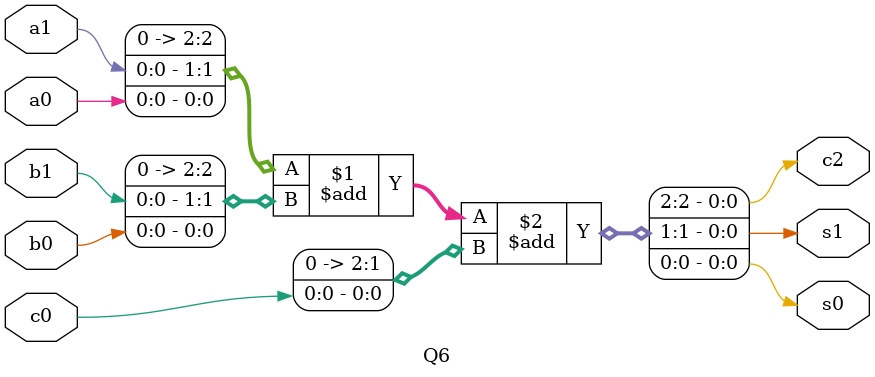
<source format=sv>
`timescale 1ns/1ns
module Q6 (input a1,a0,b1,b0,c0, output c2,s1,s0);
	assign {c2,s1,s0}={a1,a0}+{b1,b0}+{c0};
endmodule


</source>
